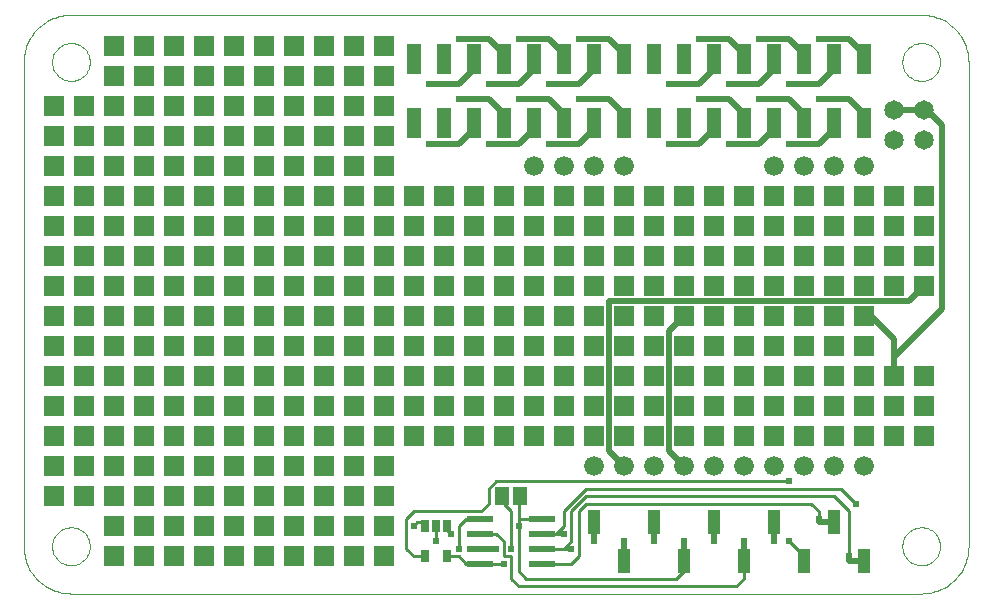
<source format=gtl>
G75*
G70*
%OFA0B0*%
%FSLAX24Y24*%
%IPPOS*%
%LPD*%
%AMOC8*
5,1,8,0,0,1.08239X$1,22.5*
%
%ADD10R,0.0500X0.1000*%
%ADD11R,0.0394X0.0787*%
%ADD12C,0.0000*%
%ADD13R,0.0272X0.0390*%
%ADD14R,0.0870X0.0240*%
%ADD15R,0.0460X0.0630*%
%ADD16R,0.0660X0.0660*%
%ADD17C,0.0660*%
%ADD18C,0.0650*%
%ADD19C,0.0238*%
%ADD20C,0.0200*%
%ADD21C,0.0100*%
D10*
X018418Y016175D03*
X019418Y016175D03*
X020418Y016175D03*
X021418Y016175D03*
X022418Y016175D03*
X023418Y016175D03*
X024418Y016175D03*
X025418Y016175D03*
X026418Y016175D03*
X027418Y016175D03*
X028418Y016175D03*
X029418Y016175D03*
X030418Y016175D03*
X031418Y016175D03*
X032418Y016175D03*
X033418Y016175D03*
X033418Y018325D03*
X032418Y018325D03*
X031418Y018325D03*
X030418Y018325D03*
X029418Y018325D03*
X028418Y018325D03*
X027418Y018325D03*
X026418Y018325D03*
X025418Y018325D03*
X024418Y018325D03*
X023418Y018325D03*
X022418Y018325D03*
X021418Y018325D03*
X020418Y018325D03*
X019418Y018325D03*
X018418Y018325D03*
D11*
X024418Y002900D03*
X026418Y002900D03*
X028418Y002900D03*
X030418Y002900D03*
X032418Y002900D03*
X031418Y001600D03*
X029418Y001600D03*
X027418Y001600D03*
X025418Y001600D03*
X033418Y001600D03*
D12*
X005418Y002075D02*
X005418Y018217D01*
X006363Y018217D02*
X006365Y018267D01*
X006371Y018317D01*
X006381Y018366D01*
X006395Y018414D01*
X006412Y018461D01*
X006433Y018506D01*
X006458Y018550D01*
X006486Y018591D01*
X006518Y018630D01*
X006552Y018667D01*
X006589Y018701D01*
X006629Y018731D01*
X006671Y018758D01*
X006715Y018782D01*
X006761Y018803D01*
X006808Y018819D01*
X006856Y018832D01*
X006906Y018841D01*
X006955Y018846D01*
X007006Y018847D01*
X007056Y018844D01*
X007105Y018837D01*
X007154Y018826D01*
X007202Y018811D01*
X007248Y018793D01*
X007293Y018771D01*
X007336Y018745D01*
X007377Y018716D01*
X007416Y018684D01*
X007452Y018649D01*
X007484Y018611D01*
X007514Y018571D01*
X007541Y018528D01*
X007564Y018484D01*
X007583Y018438D01*
X007599Y018390D01*
X007611Y018341D01*
X007619Y018292D01*
X007623Y018242D01*
X007623Y018192D01*
X007619Y018142D01*
X007611Y018093D01*
X007599Y018044D01*
X007583Y017996D01*
X007564Y017950D01*
X007541Y017906D01*
X007514Y017863D01*
X007484Y017823D01*
X007452Y017785D01*
X007416Y017750D01*
X007377Y017718D01*
X007336Y017689D01*
X007293Y017663D01*
X007248Y017641D01*
X007202Y017623D01*
X007154Y017608D01*
X007105Y017597D01*
X007056Y017590D01*
X007006Y017587D01*
X006955Y017588D01*
X006906Y017593D01*
X006856Y017602D01*
X006808Y017615D01*
X006761Y017631D01*
X006715Y017652D01*
X006671Y017676D01*
X006629Y017703D01*
X006589Y017733D01*
X006552Y017767D01*
X006518Y017804D01*
X006486Y017843D01*
X006458Y017884D01*
X006433Y017928D01*
X006412Y017973D01*
X006395Y018020D01*
X006381Y018068D01*
X006371Y018117D01*
X006365Y018167D01*
X006363Y018217D01*
X005418Y018217D02*
X005420Y018294D01*
X005426Y018371D01*
X005435Y018448D01*
X005448Y018524D01*
X005465Y018600D01*
X005486Y018674D01*
X005510Y018748D01*
X005538Y018820D01*
X005569Y018890D01*
X005604Y018959D01*
X005642Y019027D01*
X005683Y019092D01*
X005728Y019155D01*
X005776Y019216D01*
X005826Y019275D01*
X005879Y019331D01*
X005935Y019384D01*
X005994Y019434D01*
X006055Y019482D01*
X006118Y019527D01*
X006183Y019568D01*
X006251Y019606D01*
X006320Y019641D01*
X006390Y019672D01*
X006462Y019700D01*
X006536Y019724D01*
X006610Y019745D01*
X006686Y019762D01*
X006762Y019775D01*
X006839Y019784D01*
X006916Y019790D01*
X006993Y019792D01*
X006993Y019791D02*
X035339Y019791D01*
X034709Y018217D02*
X034711Y018267D01*
X034717Y018317D01*
X034727Y018366D01*
X034741Y018414D01*
X034758Y018461D01*
X034779Y018506D01*
X034804Y018550D01*
X034832Y018591D01*
X034864Y018630D01*
X034898Y018667D01*
X034935Y018701D01*
X034975Y018731D01*
X035017Y018758D01*
X035061Y018782D01*
X035107Y018803D01*
X035154Y018819D01*
X035202Y018832D01*
X035252Y018841D01*
X035301Y018846D01*
X035352Y018847D01*
X035402Y018844D01*
X035451Y018837D01*
X035500Y018826D01*
X035548Y018811D01*
X035594Y018793D01*
X035639Y018771D01*
X035682Y018745D01*
X035723Y018716D01*
X035762Y018684D01*
X035798Y018649D01*
X035830Y018611D01*
X035860Y018571D01*
X035887Y018528D01*
X035910Y018484D01*
X035929Y018438D01*
X035945Y018390D01*
X035957Y018341D01*
X035965Y018292D01*
X035969Y018242D01*
X035969Y018192D01*
X035965Y018142D01*
X035957Y018093D01*
X035945Y018044D01*
X035929Y017996D01*
X035910Y017950D01*
X035887Y017906D01*
X035860Y017863D01*
X035830Y017823D01*
X035798Y017785D01*
X035762Y017750D01*
X035723Y017718D01*
X035682Y017689D01*
X035639Y017663D01*
X035594Y017641D01*
X035548Y017623D01*
X035500Y017608D01*
X035451Y017597D01*
X035402Y017590D01*
X035352Y017587D01*
X035301Y017588D01*
X035252Y017593D01*
X035202Y017602D01*
X035154Y017615D01*
X035107Y017631D01*
X035061Y017652D01*
X035017Y017676D01*
X034975Y017703D01*
X034935Y017733D01*
X034898Y017767D01*
X034864Y017804D01*
X034832Y017843D01*
X034804Y017884D01*
X034779Y017928D01*
X034758Y017973D01*
X034741Y018020D01*
X034727Y018068D01*
X034717Y018117D01*
X034711Y018167D01*
X034709Y018217D01*
X035339Y019792D02*
X035416Y019790D01*
X035493Y019784D01*
X035570Y019775D01*
X035646Y019762D01*
X035722Y019745D01*
X035796Y019724D01*
X035870Y019700D01*
X035942Y019672D01*
X036012Y019641D01*
X036081Y019606D01*
X036149Y019568D01*
X036214Y019527D01*
X036277Y019482D01*
X036338Y019434D01*
X036397Y019384D01*
X036453Y019331D01*
X036506Y019275D01*
X036556Y019216D01*
X036604Y019155D01*
X036649Y019092D01*
X036690Y019027D01*
X036728Y018959D01*
X036763Y018890D01*
X036794Y018820D01*
X036822Y018748D01*
X036846Y018674D01*
X036867Y018600D01*
X036884Y018524D01*
X036897Y018448D01*
X036906Y018371D01*
X036912Y018294D01*
X036914Y018217D01*
X036914Y002075D01*
X034709Y002075D02*
X034711Y002125D01*
X034717Y002175D01*
X034727Y002224D01*
X034741Y002272D01*
X034758Y002319D01*
X034779Y002364D01*
X034804Y002408D01*
X034832Y002449D01*
X034864Y002488D01*
X034898Y002525D01*
X034935Y002559D01*
X034975Y002589D01*
X035017Y002616D01*
X035061Y002640D01*
X035107Y002661D01*
X035154Y002677D01*
X035202Y002690D01*
X035252Y002699D01*
X035301Y002704D01*
X035352Y002705D01*
X035402Y002702D01*
X035451Y002695D01*
X035500Y002684D01*
X035548Y002669D01*
X035594Y002651D01*
X035639Y002629D01*
X035682Y002603D01*
X035723Y002574D01*
X035762Y002542D01*
X035798Y002507D01*
X035830Y002469D01*
X035860Y002429D01*
X035887Y002386D01*
X035910Y002342D01*
X035929Y002296D01*
X035945Y002248D01*
X035957Y002199D01*
X035965Y002150D01*
X035969Y002100D01*
X035969Y002050D01*
X035965Y002000D01*
X035957Y001951D01*
X035945Y001902D01*
X035929Y001854D01*
X035910Y001808D01*
X035887Y001764D01*
X035860Y001721D01*
X035830Y001681D01*
X035798Y001643D01*
X035762Y001608D01*
X035723Y001576D01*
X035682Y001547D01*
X035639Y001521D01*
X035594Y001499D01*
X035548Y001481D01*
X035500Y001466D01*
X035451Y001455D01*
X035402Y001448D01*
X035352Y001445D01*
X035301Y001446D01*
X035252Y001451D01*
X035202Y001460D01*
X035154Y001473D01*
X035107Y001489D01*
X035061Y001510D01*
X035017Y001534D01*
X034975Y001561D01*
X034935Y001591D01*
X034898Y001625D01*
X034864Y001662D01*
X034832Y001701D01*
X034804Y001742D01*
X034779Y001786D01*
X034758Y001831D01*
X034741Y001878D01*
X034727Y001926D01*
X034717Y001975D01*
X034711Y002025D01*
X034709Y002075D01*
X035339Y000500D02*
X035416Y000502D01*
X035493Y000508D01*
X035570Y000517D01*
X035646Y000530D01*
X035722Y000547D01*
X035796Y000568D01*
X035870Y000592D01*
X035942Y000620D01*
X036012Y000651D01*
X036081Y000686D01*
X036149Y000724D01*
X036214Y000765D01*
X036277Y000810D01*
X036338Y000858D01*
X036397Y000908D01*
X036453Y000961D01*
X036506Y001017D01*
X036556Y001076D01*
X036604Y001137D01*
X036649Y001200D01*
X036690Y001265D01*
X036728Y001333D01*
X036763Y001402D01*
X036794Y001472D01*
X036822Y001544D01*
X036846Y001618D01*
X036867Y001692D01*
X036884Y001768D01*
X036897Y001844D01*
X036906Y001921D01*
X036912Y001998D01*
X036914Y002075D01*
X035339Y000500D02*
X006993Y000500D01*
X006363Y002075D02*
X006365Y002125D01*
X006371Y002175D01*
X006381Y002224D01*
X006395Y002272D01*
X006412Y002319D01*
X006433Y002364D01*
X006458Y002408D01*
X006486Y002449D01*
X006518Y002488D01*
X006552Y002525D01*
X006589Y002559D01*
X006629Y002589D01*
X006671Y002616D01*
X006715Y002640D01*
X006761Y002661D01*
X006808Y002677D01*
X006856Y002690D01*
X006906Y002699D01*
X006955Y002704D01*
X007006Y002705D01*
X007056Y002702D01*
X007105Y002695D01*
X007154Y002684D01*
X007202Y002669D01*
X007248Y002651D01*
X007293Y002629D01*
X007336Y002603D01*
X007377Y002574D01*
X007416Y002542D01*
X007452Y002507D01*
X007484Y002469D01*
X007514Y002429D01*
X007541Y002386D01*
X007564Y002342D01*
X007583Y002296D01*
X007599Y002248D01*
X007611Y002199D01*
X007619Y002150D01*
X007623Y002100D01*
X007623Y002050D01*
X007619Y002000D01*
X007611Y001951D01*
X007599Y001902D01*
X007583Y001854D01*
X007564Y001808D01*
X007541Y001764D01*
X007514Y001721D01*
X007484Y001681D01*
X007452Y001643D01*
X007416Y001608D01*
X007377Y001576D01*
X007336Y001547D01*
X007293Y001521D01*
X007248Y001499D01*
X007202Y001481D01*
X007154Y001466D01*
X007105Y001455D01*
X007056Y001448D01*
X007006Y001445D01*
X006955Y001446D01*
X006906Y001451D01*
X006856Y001460D01*
X006808Y001473D01*
X006761Y001489D01*
X006715Y001510D01*
X006671Y001534D01*
X006629Y001561D01*
X006589Y001591D01*
X006552Y001625D01*
X006518Y001662D01*
X006486Y001701D01*
X006458Y001742D01*
X006433Y001786D01*
X006412Y001831D01*
X006395Y001878D01*
X006381Y001926D01*
X006371Y001975D01*
X006365Y002025D01*
X006363Y002075D01*
X005418Y002075D02*
X005420Y001998D01*
X005426Y001921D01*
X005435Y001844D01*
X005448Y001768D01*
X005465Y001692D01*
X005486Y001618D01*
X005510Y001544D01*
X005538Y001472D01*
X005569Y001402D01*
X005604Y001333D01*
X005642Y001265D01*
X005683Y001200D01*
X005728Y001137D01*
X005776Y001076D01*
X005826Y001017D01*
X005879Y000961D01*
X005935Y000908D01*
X005994Y000858D01*
X006055Y000810D01*
X006118Y000765D01*
X006183Y000724D01*
X006251Y000686D01*
X006320Y000651D01*
X006390Y000620D01*
X006462Y000592D01*
X006536Y000568D01*
X006610Y000547D01*
X006686Y000530D01*
X006762Y000517D01*
X006839Y000508D01*
X006916Y000502D01*
X006993Y000500D01*
D13*
X018794Y001738D03*
X019542Y001738D03*
X019542Y002758D03*
X019168Y002758D03*
X018794Y002758D03*
D14*
X020638Y003000D03*
X020638Y002500D03*
X020638Y002000D03*
X020638Y001500D03*
X022698Y001500D03*
X022698Y002000D03*
X022698Y002500D03*
X022698Y003000D03*
D15*
X021968Y003750D03*
X021368Y003750D03*
D16*
X021418Y005750D03*
X022418Y005750D03*
X023418Y005750D03*
X024418Y005750D03*
X025418Y005750D03*
X026418Y005750D03*
X027418Y005750D03*
X028418Y005750D03*
X029418Y005750D03*
X030418Y005750D03*
X031418Y005750D03*
X032418Y005750D03*
X033418Y005750D03*
X034418Y005750D03*
X035418Y005750D03*
X035418Y006750D03*
X034418Y006750D03*
X033418Y006750D03*
X032418Y006750D03*
X031418Y006750D03*
X030418Y006750D03*
X029418Y006750D03*
X028418Y006750D03*
X027418Y006750D03*
X026418Y006750D03*
X025418Y006750D03*
X024418Y006750D03*
X023418Y006750D03*
X022418Y006750D03*
X021418Y006750D03*
X020418Y006750D03*
X019418Y006750D03*
X018418Y006750D03*
X017418Y006750D03*
X016418Y006750D03*
X015418Y006750D03*
X014418Y006750D03*
X013418Y006750D03*
X012418Y006750D03*
X011418Y006750D03*
X010418Y006750D03*
X009418Y006750D03*
X008418Y006750D03*
X007418Y006750D03*
X006418Y006750D03*
X006418Y005750D03*
X007418Y005750D03*
X008418Y005750D03*
X009418Y005750D03*
X010418Y005750D03*
X011418Y005750D03*
X012418Y005750D03*
X013418Y005750D03*
X014418Y005750D03*
X015418Y005750D03*
X016418Y005750D03*
X017418Y005750D03*
X018418Y005750D03*
X019418Y005750D03*
X020418Y005750D03*
X017418Y004750D03*
X016418Y004750D03*
X015418Y004750D03*
X014418Y004750D03*
X013418Y004750D03*
X012418Y004750D03*
X011418Y004750D03*
X010418Y004750D03*
X009418Y004750D03*
X008418Y004750D03*
X007418Y004750D03*
X006418Y004750D03*
X006418Y003750D03*
X007418Y003750D03*
X008418Y003750D03*
X009418Y003750D03*
X010418Y003750D03*
X011418Y003750D03*
X012418Y003750D03*
X013418Y003750D03*
X014418Y003750D03*
X015418Y003750D03*
X016418Y003750D03*
X017418Y003750D03*
X017418Y002750D03*
X016418Y002750D03*
X015418Y002750D03*
X014418Y002750D03*
X013418Y002750D03*
X012418Y002750D03*
X011418Y002750D03*
X010418Y002750D03*
X009418Y002750D03*
X008418Y002750D03*
X008418Y001750D03*
X009418Y001750D03*
X010418Y001750D03*
X011418Y001750D03*
X012418Y001750D03*
X013418Y001750D03*
X014418Y001750D03*
X015418Y001750D03*
X016418Y001750D03*
X017418Y001750D03*
X017418Y007750D03*
X016418Y007750D03*
X015418Y007750D03*
X014418Y007750D03*
X013418Y007750D03*
X012418Y007750D03*
X011418Y007750D03*
X010418Y007750D03*
X009418Y007750D03*
X008418Y007750D03*
X007418Y007750D03*
X006418Y007750D03*
X006418Y008750D03*
X007418Y008750D03*
X008418Y008750D03*
X009418Y008750D03*
X010418Y008750D03*
X011418Y008750D03*
X012418Y008750D03*
X013418Y008750D03*
X014418Y008750D03*
X015418Y008750D03*
X016418Y008750D03*
X017418Y008750D03*
X018418Y008750D03*
X019418Y008750D03*
X020418Y008750D03*
X021418Y008750D03*
X022418Y008750D03*
X023418Y008750D03*
X024418Y008750D03*
X025418Y008750D03*
X026418Y008750D03*
X027418Y008750D03*
X028418Y008750D03*
X029418Y008750D03*
X030418Y008750D03*
X031418Y008750D03*
X032418Y008750D03*
X033418Y008750D03*
X033418Y007750D03*
X034418Y007750D03*
X035418Y007750D03*
X032418Y007750D03*
X031418Y007750D03*
X030418Y007750D03*
X029418Y007750D03*
X028418Y007750D03*
X027418Y007750D03*
X026418Y007750D03*
X025418Y007750D03*
X024418Y007750D03*
X023418Y007750D03*
X022418Y007750D03*
X021418Y007750D03*
X020418Y007750D03*
X019418Y007750D03*
X018418Y007750D03*
X018418Y009750D03*
X019418Y009750D03*
X020418Y009750D03*
X021418Y009750D03*
X022418Y009750D03*
X023418Y009750D03*
X024418Y009750D03*
X025418Y009750D03*
X026418Y009750D03*
X027418Y009750D03*
X028418Y009750D03*
X029418Y009750D03*
X030418Y009750D03*
X031418Y009750D03*
X032418Y009750D03*
X033418Y009750D03*
X033418Y010750D03*
X034418Y010750D03*
X035418Y010750D03*
X035418Y011750D03*
X034418Y011750D03*
X033418Y011750D03*
X032418Y011750D03*
X031418Y011750D03*
X030418Y011750D03*
X029418Y011750D03*
X028418Y011750D03*
X027418Y011750D03*
X026418Y011750D03*
X025418Y011750D03*
X024418Y011750D03*
X023418Y011750D03*
X022418Y011750D03*
X021418Y011750D03*
X020418Y011750D03*
X019418Y011750D03*
X018418Y011750D03*
X017418Y011750D03*
X016418Y011750D03*
X015418Y011750D03*
X014418Y011750D03*
X013418Y011750D03*
X012418Y011750D03*
X011418Y011750D03*
X010418Y011750D03*
X009418Y011750D03*
X008418Y011750D03*
X007418Y011750D03*
X006418Y011750D03*
X006418Y010750D03*
X007418Y010750D03*
X008418Y010750D03*
X009418Y010750D03*
X010418Y010750D03*
X011418Y010750D03*
X012418Y010750D03*
X013418Y010750D03*
X014418Y010750D03*
X015418Y010750D03*
X016418Y010750D03*
X017418Y010750D03*
X018418Y010750D03*
X019418Y010750D03*
X020418Y010750D03*
X021418Y010750D03*
X022418Y010750D03*
X023418Y010750D03*
X024418Y010750D03*
X025418Y010750D03*
X026418Y010750D03*
X027418Y010750D03*
X028418Y010750D03*
X029418Y010750D03*
X030418Y010750D03*
X031418Y010750D03*
X032418Y010750D03*
X032418Y012750D03*
X031418Y012750D03*
X030418Y012750D03*
X029418Y012750D03*
X028418Y012750D03*
X027418Y012750D03*
X026418Y012750D03*
X025418Y012750D03*
X024418Y012750D03*
X023418Y012750D03*
X022418Y012750D03*
X021418Y012750D03*
X020418Y012750D03*
X019418Y012750D03*
X018418Y012750D03*
X017418Y012750D03*
X016418Y012750D03*
X015418Y012750D03*
X014418Y012750D03*
X013418Y012750D03*
X012418Y012750D03*
X011418Y012750D03*
X010418Y012750D03*
X009418Y012750D03*
X008418Y012750D03*
X007418Y012750D03*
X006418Y012750D03*
X006418Y013750D03*
X007418Y013750D03*
X008418Y013750D03*
X009418Y013750D03*
X010418Y013750D03*
X011418Y013750D03*
X012418Y013750D03*
X013418Y013750D03*
X014418Y013750D03*
X015418Y013750D03*
X016418Y013750D03*
X017418Y013750D03*
X018418Y013750D03*
X019418Y013750D03*
X020418Y013750D03*
X021418Y013750D03*
X022418Y013750D03*
X023418Y013750D03*
X024418Y013750D03*
X025418Y013750D03*
X026418Y013750D03*
X027418Y013750D03*
X028418Y013750D03*
X029418Y013750D03*
X030418Y013750D03*
X031418Y013750D03*
X032418Y013750D03*
X033418Y013750D03*
X034418Y013750D03*
X035418Y013750D03*
X035418Y012750D03*
X034418Y012750D03*
X033418Y012750D03*
X017418Y014750D03*
X016418Y014750D03*
X015418Y014750D03*
X014418Y014750D03*
X013418Y014750D03*
X012418Y014750D03*
X011418Y014750D03*
X010418Y014750D03*
X009418Y014750D03*
X008418Y014750D03*
X007418Y014750D03*
X006418Y014750D03*
X006418Y015750D03*
X007418Y015750D03*
X008418Y015750D03*
X009418Y015750D03*
X010418Y015750D03*
X011418Y015750D03*
X012418Y015750D03*
X013418Y015750D03*
X014418Y015750D03*
X015418Y015750D03*
X016418Y015750D03*
X017418Y015750D03*
X017418Y016750D03*
X016418Y016750D03*
X015418Y016750D03*
X014418Y016750D03*
X013418Y016750D03*
X012418Y016750D03*
X011418Y016750D03*
X010418Y016750D03*
X009418Y016750D03*
X008418Y016750D03*
X007418Y016750D03*
X006418Y016750D03*
X008418Y017750D03*
X009418Y017750D03*
X010418Y017750D03*
X011418Y017750D03*
X012418Y017750D03*
X013418Y017750D03*
X014418Y017750D03*
X015418Y017750D03*
X016418Y017750D03*
X017418Y017750D03*
X017418Y018750D03*
X016418Y018750D03*
X015418Y018750D03*
X014418Y018750D03*
X013418Y018750D03*
X012418Y018750D03*
X011418Y018750D03*
X010418Y018750D03*
X009418Y018750D03*
X008418Y018750D03*
X008418Y009750D03*
X009418Y009750D03*
X010418Y009750D03*
X011418Y009750D03*
X012418Y009750D03*
X013418Y009750D03*
X014418Y009750D03*
X015418Y009750D03*
X016418Y009750D03*
X017418Y009750D03*
X007418Y009750D03*
X006418Y009750D03*
D17*
X022418Y014750D03*
X023418Y014750D03*
X024418Y014750D03*
X025418Y014750D03*
X030418Y014750D03*
X031418Y014750D03*
X032418Y014750D03*
X033418Y014750D03*
X033418Y004750D03*
X032418Y004750D03*
X031418Y004750D03*
X030418Y004750D03*
X029418Y004750D03*
X028418Y004750D03*
X027418Y004750D03*
X026418Y004750D03*
X025418Y004750D03*
X024418Y004750D03*
D18*
X034418Y015625D03*
X035418Y015625D03*
X035418Y016625D03*
X034418Y016625D03*
D19*
X031918Y017000D03*
X030918Y017500D03*
X029918Y017000D03*
X028918Y017500D03*
X027918Y017000D03*
X026918Y017500D03*
X027918Y019000D03*
X029918Y019000D03*
X031918Y019000D03*
X030918Y015500D03*
X028918Y015500D03*
X026918Y015500D03*
X023918Y017000D03*
X022918Y017500D03*
X021918Y017000D03*
X020918Y017500D03*
X019918Y017000D03*
X018918Y017500D03*
X019918Y019000D03*
X021918Y019000D03*
X023918Y019000D03*
X022918Y015500D03*
X020918Y015500D03*
X018918Y015500D03*
X030918Y004250D03*
X033168Y003500D03*
X031918Y003000D03*
X030918Y002250D03*
X030418Y002250D03*
X029418Y002250D03*
X028418Y002250D03*
X027418Y002250D03*
X026418Y002250D03*
X025418Y002250D03*
X024418Y002250D03*
X023668Y002000D03*
X023418Y002500D03*
X021918Y002750D03*
X021668Y002000D03*
X021168Y002000D03*
X021418Y001500D03*
X019918Y002000D03*
X019168Y002250D03*
X019668Y002500D03*
X018418Y002750D03*
X032918Y001750D03*
D20*
X032918Y001600D01*
X033418Y001600D01*
X032418Y002900D02*
X031918Y002900D01*
X031918Y003000D01*
X030418Y002900D02*
X030418Y002250D01*
X029418Y002250D02*
X029418Y001600D01*
X028418Y002250D02*
X028418Y002900D01*
X027418Y002250D02*
X027418Y001600D01*
X026418Y002250D02*
X026418Y002900D01*
X025418Y002250D02*
X025418Y001600D01*
X024418Y002250D02*
X024418Y002900D01*
X025418Y004750D02*
X024918Y005250D01*
X024918Y010000D01*
X024918Y010250D01*
X025168Y010250D01*
X034918Y010250D01*
X035418Y010750D01*
X036043Y010000D02*
X034418Y008375D01*
X034418Y007750D01*
X034418Y008375D02*
X034418Y009000D01*
X033668Y009750D01*
X033418Y009750D01*
X036043Y010000D02*
X036043Y016125D01*
X035543Y016625D01*
X035418Y016625D01*
X034418Y016625D01*
X033418Y016500D02*
X032918Y017000D01*
X031918Y017000D01*
X031418Y016500D02*
X030918Y017000D01*
X029918Y017000D01*
X029418Y016500D02*
X028918Y017000D01*
X027918Y017000D01*
X027918Y017500D02*
X026918Y017500D01*
X027918Y017500D02*
X028418Y018000D01*
X028418Y018325D01*
X028918Y019000D02*
X029418Y018500D01*
X029418Y018325D01*
X029918Y017500D02*
X030418Y018000D01*
X030418Y018325D01*
X030918Y019000D02*
X029918Y019000D01*
X028918Y019000D02*
X027918Y019000D01*
X025418Y018500D02*
X025418Y018325D01*
X025418Y018500D02*
X024918Y019000D01*
X023918Y019000D01*
X023418Y018500D02*
X022918Y019000D01*
X021918Y019000D01*
X021418Y018500D02*
X020918Y019000D01*
X019918Y019000D01*
X020418Y018325D02*
X020418Y018000D01*
X019918Y017500D01*
X018918Y017500D01*
X019918Y017000D02*
X020918Y017000D01*
X021418Y016500D01*
X021418Y016175D01*
X021918Y015500D02*
X022418Y016000D01*
X022418Y016175D01*
X021918Y015500D02*
X020918Y015500D01*
X020418Y016000D02*
X019918Y015500D01*
X018918Y015500D01*
X020418Y016000D02*
X020418Y016175D01*
X021918Y017000D02*
X022918Y017000D01*
X023418Y016500D01*
X023418Y016175D01*
X023918Y015500D02*
X024418Y016000D01*
X024418Y016175D01*
X024918Y017000D02*
X025418Y016500D01*
X025418Y016175D01*
X023918Y015500D02*
X022918Y015500D01*
X023918Y017000D02*
X024918Y017000D01*
X023918Y017500D02*
X022918Y017500D01*
X022418Y018000D02*
X021918Y017500D01*
X020918Y017500D01*
X022418Y018000D02*
X022418Y018325D01*
X021418Y018325D02*
X021418Y018500D01*
X023418Y018500D02*
X023418Y018325D01*
X023918Y017500D02*
X024418Y018000D01*
X024418Y018325D01*
X028418Y016175D02*
X028418Y016000D01*
X027918Y015500D01*
X026918Y015500D01*
X028918Y015500D02*
X029918Y015500D01*
X030418Y016000D01*
X030418Y016175D01*
X029418Y016175D02*
X029418Y016500D01*
X029918Y017500D02*
X028918Y017500D01*
X030918Y017500D02*
X031918Y017500D01*
X032418Y018000D01*
X032418Y018325D01*
X031418Y018325D02*
X031418Y018500D01*
X030918Y019000D01*
X031918Y019000D02*
X032918Y019000D01*
X033418Y018500D01*
X033418Y018325D01*
X033418Y016500D02*
X033418Y016175D01*
X032418Y016175D02*
X032418Y016000D01*
X031918Y015500D01*
X030918Y015500D01*
X031418Y016175D02*
X031418Y016500D01*
X027418Y009750D02*
X026918Y009250D01*
X026918Y005250D01*
X027418Y004750D01*
D21*
X024168Y004000D02*
X023418Y003250D01*
X023418Y002750D01*
X023168Y002500D01*
X022698Y002500D01*
X023418Y002500D01*
X023668Y002250D02*
X023418Y002000D01*
X022698Y002000D01*
X023668Y002000D01*
X023918Y001750D02*
X023668Y001500D01*
X022698Y001500D01*
X022168Y001000D02*
X021918Y001250D01*
X021918Y002750D01*
X021918Y003000D01*
X022698Y003000D01*
X021918Y003000D02*
X021918Y002750D01*
X021918Y003000D02*
X021918Y003700D01*
X021968Y003750D01*
X021918Y003800D01*
X021918Y004000D01*
X021418Y003700D02*
X021368Y003750D01*
X021418Y003700D02*
X021418Y003500D01*
X021668Y003250D01*
X021668Y002000D01*
X021668Y001750D02*
X021668Y001000D01*
X021918Y000750D01*
X022168Y000750D01*
X029168Y000750D01*
X029418Y001000D01*
X029418Y001600D01*
X030918Y002250D02*
X031418Y001750D01*
X031418Y001600D01*
X032918Y001750D02*
X032918Y003250D01*
X032418Y003750D01*
X024168Y003750D01*
X023668Y003250D01*
X023668Y002250D01*
X023918Y001750D02*
X023918Y003250D01*
X024168Y003500D01*
X031668Y003500D01*
X031918Y003250D01*
X031918Y003000D01*
X032668Y004000D02*
X033168Y003500D01*
X032668Y004000D02*
X024168Y004000D01*
X021168Y004250D02*
X020918Y004000D01*
X020918Y003500D01*
X020668Y003250D01*
X018418Y003250D01*
X018168Y003000D01*
X018168Y002000D01*
X018430Y001738D01*
X018794Y001738D01*
X019542Y001738D02*
X019930Y001738D01*
X020168Y001500D01*
X020638Y001500D01*
X021418Y001500D01*
X021418Y001750D02*
X021668Y001750D01*
X021418Y001750D02*
X021418Y002250D01*
X021168Y002500D01*
X020638Y002500D01*
X020638Y003000D02*
X020168Y003000D01*
X019918Y002750D01*
X019918Y002000D01*
X020638Y002000D02*
X021168Y002000D01*
X019668Y002500D02*
X019542Y002626D01*
X019542Y002758D01*
X019168Y002758D02*
X019168Y002250D01*
X018794Y002758D02*
X018794Y002876D01*
X018544Y002876D01*
X018418Y002750D01*
X021168Y004250D02*
X030918Y004250D01*
X027418Y001600D02*
X027418Y001250D01*
X027168Y001000D01*
X022168Y001000D01*
M02*

</source>
